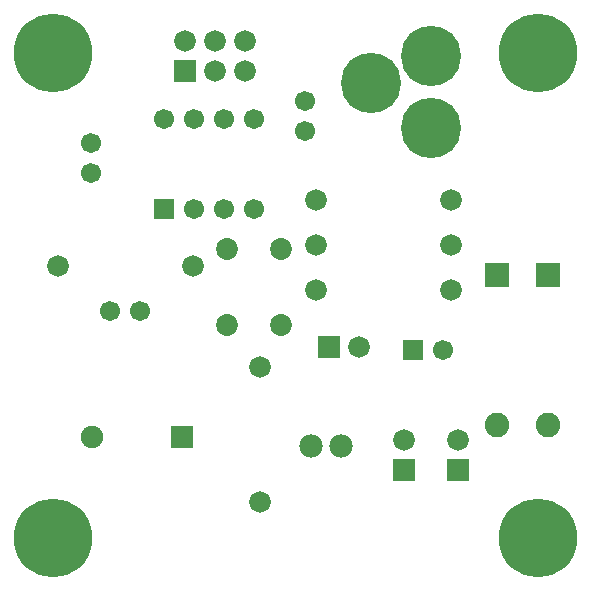
<source format=gbs>
G04 (created by PCBNEW (2013-07-07 BZR 4022)-stable) date 11/7/2014 12:54:37 PM*
%MOIN*%
G04 Gerber Fmt 3.4, Leading zero omitted, Abs format*
%FSLAX34Y34*%
G01*
G70*
G90*
G04 APERTURE LIST*
%ADD10C,0.00590551*%
%ADD11R,0.067X0.067*%
%ADD12C,0.067*%
%ADD13C,0.262*%
%ADD14C,0.201*%
%ADD15C,0.073*%
%ADD16C,0.072*%
%ADD17R,0.072X0.072*%
%ADD18C,0.082*%
%ADD19R,0.082X0.082*%
%ADD20R,0.0749921X0.0749921*%
%ADD21C,0.0749921*%
%ADD22C,0.078*%
G04 APERTURE END LIST*
G54D10*
G54D11*
X9200Y-10700D03*
G54D12*
X10200Y-10700D03*
X11200Y-10700D03*
X12200Y-10700D03*
X12200Y-7700D03*
X11200Y-7700D03*
X10200Y-7700D03*
X9200Y-7700D03*
G54D13*
X5511Y-21653D03*
X21653Y-21653D03*
X21653Y-5511D03*
X5511Y-5511D03*
G54D12*
X8400Y-14100D03*
X7400Y-14100D03*
X13900Y-8100D03*
X13900Y-7100D03*
X6750Y-8500D03*
X6750Y-9500D03*
G54D14*
X18100Y-5600D03*
X18100Y-8000D03*
X16100Y-6500D03*
G54D15*
X11314Y-14580D03*
X13086Y-14580D03*
X11314Y-12020D03*
X13086Y-12020D03*
G54D16*
X18750Y-10400D03*
X14250Y-10400D03*
X14250Y-11900D03*
X18750Y-11900D03*
X14250Y-13400D03*
X18750Y-13400D03*
G54D17*
X17200Y-19400D03*
G54D16*
X17200Y-18400D03*
G54D17*
X19000Y-19400D03*
G54D16*
X19000Y-18400D03*
G54D17*
X14700Y-15300D03*
G54D16*
X15700Y-15300D03*
G54D18*
X22000Y-17900D03*
G54D19*
X22000Y-12900D03*
G54D18*
X20300Y-17900D03*
G54D19*
X20300Y-12900D03*
G54D17*
X9900Y-6100D03*
G54D16*
X9900Y-5100D03*
X10900Y-6100D03*
X10900Y-5100D03*
X11900Y-6100D03*
X11900Y-5100D03*
G54D11*
X17500Y-15400D03*
G54D12*
X18500Y-15400D03*
G54D16*
X5650Y-12600D03*
X10150Y-12600D03*
G54D20*
X9796Y-18300D03*
G54D21*
X6803Y-18300D03*
G54D16*
X12400Y-15950D03*
X12400Y-20450D03*
G54D22*
X14100Y-18600D03*
X15100Y-18600D03*
M02*

</source>
